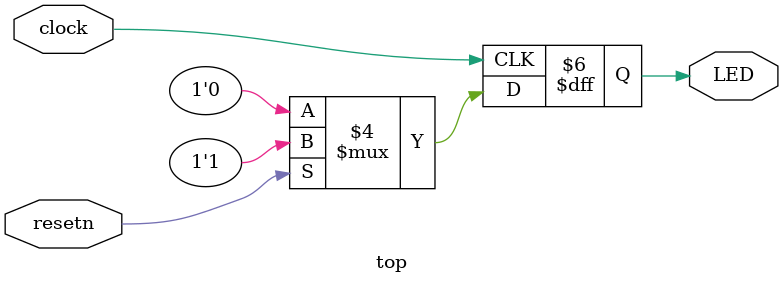
<source format=v>
module top(
    input clock,
    input resetn,
    output reg LED
);

always @(posedge clock)
begin
if(!resetn)
    LED <= 1'b0;
else 
    LED <= 1'b1;
end

endmodule
</source>
